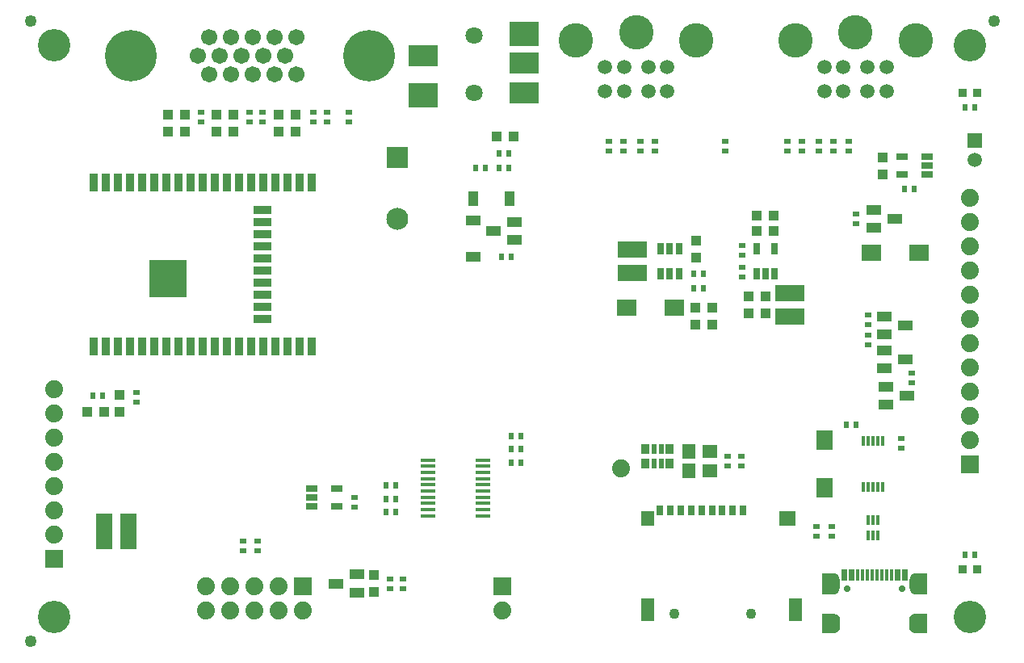
<source format=gbr>
G04 #@! TF.GenerationSoftware,KiCad,Pcbnew,5.1.0-rc2-unknown-036be7d~80~ubuntu16.04.1*
G04 #@! TF.CreationDate,2023-05-05T15:17:37+03:00*
G04 #@! TF.ProjectId,ESP32-SBC-FabGL_Rev_A,45535033-322d-4534-9243-2d466162474c,A*
G04 #@! TF.SameCoordinates,Original*
G04 #@! TF.FileFunction,Soldermask,Top*
G04 #@! TF.FilePolarity,Negative*
%FSLAX46Y46*%
G04 Gerber Fmt 4.6, Leading zero omitted, Abs format (unit mm)*
G04 Created by KiCad (PCBNEW 5.1.0-rc2-unknown-036be7d~80~ubuntu16.04.1) date 2023-05-05 15:17:37*
%MOMM*%
%LPD*%
G04 APERTURE LIST*
%ADD10C,1.801600*%
%ADD11R,3.101599X2.201600*%
%ADD12R,3.101599X2.601600*%
%ADD13C,1.501600*%
%ADD14R,1.501600X1.501600*%
%ADD15R,2.301600X2.301600*%
%ADD16C,2.301600*%
%ADD17R,1.117600X1.117600*%
%ADD18R,0.601600X0.651600*%
%ADD19C,1.879600*%
%ADD20R,0.901600X0.901600*%
%ADD21R,1.801600X2.101600*%
%ADD22R,2.101600X1.801600*%
%ADD23R,1.501600X1.101600*%
%ADD24C,1.254000*%
%ADD25R,3.101600X1.701600*%
%ADD26R,1.371600X1.625600*%
%ADD27C,3.401601*%
%ADD28R,0.700000X1.100000*%
%ADD29R,1.400000X1.600000*%
%ADD30R,1.800000X1.600000*%
%ADD31R,1.400000X2.400000*%
%ADD32C,1.101600*%
%ADD33C,3.601600*%
%ADD34C,1.511600*%
%ADD35R,0.651600X0.601600*%
%ADD36R,0.609600X1.117600*%
%ADD37R,0.863600X1.117600*%
%ADD38R,1.201600X2.101600*%
%ADD39R,1.201600X2.301600*%
%ADD40C,0.701600*%
%ADD41R,0.351600X1.251600*%
%ADD42O,1.301600X2.301600*%
%ADD43O,1.401600X2.101600*%
%ADD44R,0.401600X1.251600*%
%ADD45R,1.625600X1.371600*%
%ADD46R,1.101600X1.501600*%
%ADD47R,1.501600X0.451600*%
%ADD48R,1.301600X0.651600*%
%ADD49R,0.351600X1.101600*%
%ADD50R,0.651600X1.301600*%
%ADD51C,1.601600*%
%ADD52R,4.001600X4.001600*%
%ADD53R,0.901600X1.901600*%
%ADD54R,1.901600X0.901600*%
%ADD55R,1.879600X1.879600*%
%ADD56C,1.701600*%
%ADD57C,5.401600*%
%ADD58R,1.752600X3.784600*%
G04 APERTURE END LIST*
D10*
X148000000Y-57000000D03*
X148000000Y-51000000D03*
D11*
X153300000Y-53900000D03*
X142700000Y-53100000D03*
X153300000Y-57000000D03*
D12*
X142700000Y-57300000D03*
X153300000Y-50800000D03*
D13*
X200538220Y-64000760D03*
D14*
X200535680Y-61971300D03*
D15*
X140000000Y-63750000D03*
D16*
X140000000Y-70250000D03*
D17*
X177673000Y-71501000D03*
X179451000Y-71501000D03*
X171323000Y-74295000D03*
X171323000Y-72517000D03*
X178562000Y-78359000D03*
X178562000Y-80137000D03*
X176784000Y-78359000D03*
X176784000Y-80137000D03*
D18*
X109093000Y-88773000D03*
X108077000Y-88773000D03*
D17*
X110871000Y-90424000D03*
X110871000Y-88646000D03*
D19*
X163449000Y-96393000D03*
D20*
X200762000Y-57000000D03*
X199238000Y-57000000D03*
D21*
X184785000Y-93385000D03*
X184785000Y-98385000D03*
D22*
X189651000Y-73787000D03*
X194651000Y-73787000D03*
D23*
X189900560Y-69281040D03*
X189900560Y-71183500D03*
X192110360Y-70228460D03*
X135727441Y-109407960D03*
X135727441Y-107505500D03*
X133517641Y-108460540D03*
D24*
X101500000Y-114500000D03*
X101500000Y-49500000D03*
X202500000Y-49500000D03*
D25*
X164592000Y-73476000D03*
X164592000Y-75876000D03*
X181102000Y-80448000D03*
X181102000Y-78048000D03*
D26*
X170561000Y-94615000D03*
X170561000Y-96647000D03*
D27*
X104000000Y-112000000D03*
X200000000Y-112000000D03*
X200000000Y-52000000D03*
X104000000Y-52000000D03*
D28*
X167450000Y-100750000D03*
X168550000Y-100750000D03*
X169650000Y-100750000D03*
X170750000Y-100750000D03*
X171850000Y-100750000D03*
X172950000Y-100750000D03*
X174050000Y-100750000D03*
X175150000Y-100750000D03*
X176250000Y-100750000D03*
D29*
X166250000Y-101630000D03*
D30*
X180850000Y-101630000D03*
D31*
X166250000Y-111230000D03*
X181750000Y-111230000D03*
D32*
X177048000Y-111632200D03*
X169047000Y-111632200D03*
D33*
X158700000Y-51500000D03*
X165000000Y-50700000D03*
X171300000Y-51500000D03*
D34*
X163730000Y-56810000D03*
X166270000Y-56810000D03*
X168260000Y-56810000D03*
X161740000Y-56810000D03*
X168260000Y-54270000D03*
X161740000Y-54270000D03*
X166270000Y-54270000D03*
X163730000Y-54270000D03*
D33*
X181700000Y-51500000D03*
X188000000Y-50700000D03*
X194300000Y-51500000D03*
D34*
X186730000Y-56810000D03*
X189270000Y-56810000D03*
X191260000Y-56810000D03*
X184740000Y-56810000D03*
X191260000Y-54270000D03*
X184740000Y-54270000D03*
X189270000Y-54270000D03*
X186730000Y-54270000D03*
D20*
X200762000Y-107000000D03*
X199238000Y-107000000D03*
D18*
X199517000Y-105410000D03*
X200533000Y-105410000D03*
D35*
X188087000Y-70739000D03*
X188087000Y-69723000D03*
D18*
X199517000Y-58547000D03*
X200533000Y-58547000D03*
X194183000Y-67056000D03*
X193167000Y-67056000D03*
D35*
X192786000Y-93218000D03*
X192786000Y-94234000D03*
X176149000Y-76327000D03*
X176149000Y-75311000D03*
X176149000Y-73025000D03*
X176149000Y-74041000D03*
D18*
X139827000Y-98171000D03*
X138811000Y-98171000D03*
X138811000Y-99568000D03*
X139827000Y-99568000D03*
X151892000Y-92964000D03*
X152908000Y-92964000D03*
X152908000Y-94361000D03*
X151892000Y-94361000D03*
D35*
X165481000Y-62103000D03*
X165481000Y-63119000D03*
X163703000Y-62103000D03*
X163703000Y-63119000D03*
X167005000Y-63119000D03*
X167005000Y-62103000D03*
X162179000Y-63119000D03*
X162179000Y-62103000D03*
D17*
X115951000Y-61087000D03*
X115951000Y-59309000D03*
X117729000Y-61087000D03*
X117729000Y-59309000D03*
X121031000Y-61087000D03*
X121031000Y-59309000D03*
X122809000Y-61087000D03*
X122809000Y-59309000D03*
D35*
X140589000Y-107950000D03*
X140589000Y-108966000D03*
X139192000Y-108966000D03*
X139192000Y-107950000D03*
X123825000Y-105029000D03*
X123825000Y-104013000D03*
X184150000Y-62103000D03*
X184150000Y-63119000D03*
X182372000Y-62103000D03*
X182372000Y-63119000D03*
X185674000Y-63119000D03*
X185674000Y-62103000D03*
X180848000Y-63119000D03*
X180848000Y-62103000D03*
X125349000Y-105029000D03*
X125349000Y-104013000D03*
D18*
X150876000Y-74167999D03*
X151892000Y-74167999D03*
X151638000Y-63373000D03*
X150622000Y-63373000D03*
D35*
X132588000Y-60071000D03*
X132588000Y-59055000D03*
D18*
X148209000Y-64897000D03*
X149225000Y-64897000D03*
D36*
X166878000Y-94361000D03*
X167640000Y-94361000D03*
X166878000Y-95885000D03*
X167640000Y-95885000D03*
D37*
X165989000Y-94361000D03*
X165989000Y-95885000D03*
X168529000Y-94361000D03*
X168529000Y-95885000D03*
D35*
X124460000Y-59055000D03*
X124460000Y-60071000D03*
X134874000Y-59055000D03*
X134874000Y-60071000D03*
D38*
X194927600Y-112650000D03*
D39*
X194927600Y-108470000D03*
D38*
X185072400Y-112650000D03*
D39*
X185072400Y-108470000D03*
D40*
X192890000Y-108970000D03*
D41*
X188250000Y-107568000D03*
X188750000Y-107568000D03*
X189250000Y-107568000D03*
X191750000Y-107568000D03*
X190250000Y-107568000D03*
X191250000Y-107568000D03*
X190750000Y-107568000D03*
X189750000Y-107568000D03*
D42*
X194320000Y-108470000D03*
D43*
X194320000Y-112650000D03*
X185680000Y-112650000D03*
D40*
X187110000Y-108970000D03*
D42*
X185680000Y-108470000D03*
D44*
X187725000Y-107568000D03*
X192275000Y-107568000D03*
X187475000Y-107568000D03*
X192525000Y-107568000D03*
X186925000Y-107568000D03*
X193075000Y-107568000D03*
X186675000Y-107568000D03*
X193325000Y-107568000D03*
D18*
X139827000Y-100965000D03*
X138811000Y-100965000D03*
D17*
X190881000Y-65532000D03*
X190881000Y-63754000D03*
D18*
X187071000Y-91821000D03*
X188087000Y-91821000D03*
D17*
X177673000Y-69850000D03*
X179451000Y-69850000D03*
X172974000Y-81280000D03*
X172974000Y-79502000D03*
X171196000Y-81280000D03*
X171196000Y-79502000D03*
D18*
X151892000Y-95758000D03*
X152908000Y-95758000D03*
D35*
X174371000Y-62103000D03*
X174371000Y-63119000D03*
D17*
X107442000Y-90424000D03*
X109220000Y-90424000D03*
X137541000Y-109346999D03*
X137541000Y-107568999D03*
D35*
X187325000Y-63119000D03*
X187325000Y-62103000D03*
D17*
X152146000Y-61595000D03*
X150368000Y-61595000D03*
D18*
X151638000Y-64897000D03*
X150622000Y-64897000D03*
D45*
X172720000Y-94615000D03*
X172720000Y-96647000D03*
D22*
X168997000Y-79502000D03*
X163997000Y-79502000D03*
D23*
X193378000Y-88773000D03*
X191178000Y-89723000D03*
X191178000Y-87823000D03*
X147955000Y-74168000D03*
X147955000Y-70368000D03*
D46*
X151755000Y-68072000D03*
X147955000Y-68072000D03*
D23*
X152237440Y-72450960D03*
X152237440Y-70548500D03*
X150027640Y-71503540D03*
D18*
X171069000Y-77470000D03*
X172085000Y-77470000D03*
D35*
X189357000Y-80264000D03*
X189357000Y-81280000D03*
D18*
X172085000Y-75946000D03*
X171069000Y-75946000D03*
D47*
X148950000Y-101350000D03*
X148950000Y-100700000D03*
X148950000Y-100050000D03*
X148950000Y-99400000D03*
X148950000Y-98750000D03*
X148950000Y-98100000D03*
X148950000Y-97450000D03*
X148950000Y-96800000D03*
X148950000Y-96150000D03*
X148950000Y-95500000D03*
X143150000Y-95500000D03*
X143150000Y-96150000D03*
X143150000Y-96800000D03*
X143150000Y-97450000D03*
X143150000Y-98100000D03*
X143150000Y-98750000D03*
X143150000Y-99400000D03*
X143150000Y-100050000D03*
X143150000Y-100700000D03*
X143150000Y-101350000D03*
D48*
X195483000Y-65593000D03*
X195483000Y-64643000D03*
X195483000Y-63693000D03*
X192883000Y-65593000D03*
X192883000Y-63693000D03*
D49*
X189865000Y-101806000D03*
X189365000Y-101806000D03*
X190365000Y-101806000D03*
X189365000Y-103426000D03*
X189865000Y-103426000D03*
X190365000Y-103426000D03*
X188865000Y-93485000D03*
X189365000Y-93485000D03*
X189865000Y-93485000D03*
X190365000Y-93485000D03*
X190865000Y-93485000D03*
X190865000Y-98285000D03*
X190365000Y-98285000D03*
X189865000Y-98285000D03*
X189365000Y-98285000D03*
X188865000Y-98285000D03*
D50*
X177612001Y-75976000D03*
X178562001Y-75976000D03*
X179512001Y-75976000D03*
X177612001Y-73376000D03*
X179512001Y-73376000D03*
X167579000Y-75976100D03*
X168529000Y-75976100D03*
X169479000Y-75976100D03*
X169479000Y-73375900D03*
X168529000Y-73375900D03*
X167579000Y-73375900D03*
D51*
X115940000Y-76500000D03*
D52*
X115940000Y-76500000D03*
D53*
X108140000Y-66400000D03*
X109410000Y-66400000D03*
X110680000Y-66400000D03*
X111950000Y-66400000D03*
X113220000Y-66400000D03*
X114490000Y-66400000D03*
X115760000Y-66400000D03*
X117030000Y-66400000D03*
X118300000Y-66400000D03*
X119570000Y-66400000D03*
X120840000Y-66400000D03*
X122110000Y-66400000D03*
X123380000Y-66400000D03*
X124650000Y-66400000D03*
D54*
X125800000Y-69285000D03*
X125800000Y-70555000D03*
X125800000Y-71825000D03*
X125800000Y-73095000D03*
X125800000Y-74365000D03*
X125800000Y-75635000D03*
X125800000Y-76905000D03*
X125800000Y-78175000D03*
X125800000Y-79445000D03*
X125800000Y-80715000D03*
D53*
X124650000Y-83600000D03*
X123380000Y-83600000D03*
X122110000Y-83600000D03*
X120840000Y-83600000D03*
X119570000Y-83600000D03*
X118300000Y-83600000D03*
X117030000Y-83600000D03*
X115760000Y-83600000D03*
X114490000Y-83600000D03*
X113220000Y-83600000D03*
X111950000Y-83600000D03*
X110680000Y-83600000D03*
X109410000Y-83600000D03*
X108140000Y-83600000D03*
X129730000Y-83600000D03*
X128460000Y-83600000D03*
X127190000Y-83600000D03*
X125920000Y-83600000D03*
X131000000Y-83600000D03*
X131000000Y-66400000D03*
X125920000Y-66400000D03*
X127190000Y-66400000D03*
X128460000Y-66400000D03*
X129730000Y-66400000D03*
D55*
X130080000Y-108730000D03*
D19*
X130080000Y-111270000D03*
X127540000Y-108730000D03*
X127540000Y-111270000D03*
X125000000Y-108730000D03*
X125000000Y-111270000D03*
X122460000Y-108730000D03*
X122460000Y-111270000D03*
X119920000Y-108730000D03*
X119920000Y-111270000D03*
D35*
X112649000Y-88392000D03*
X112649000Y-89408000D03*
D17*
X127508000Y-61087000D03*
X127508000Y-59309000D03*
X129286000Y-61087000D03*
X129286000Y-59309000D03*
D35*
X176022000Y-96139000D03*
X176022000Y-95123000D03*
X174625000Y-96139000D03*
X174625000Y-95123000D03*
X125857000Y-59055000D03*
X125857000Y-60071000D03*
X131191000Y-59055000D03*
X131191000Y-60071000D03*
X119380000Y-59055000D03*
X119380000Y-60071000D03*
D56*
X120220000Y-55090000D03*
X122510000Y-55090000D03*
X124800000Y-55090000D03*
X127090000Y-55090000D03*
X129380000Y-55090000D03*
X119075000Y-53110000D03*
X121365000Y-53110000D03*
X123655000Y-53110000D03*
X125945000Y-53110000D03*
X128235000Y-53110000D03*
X120220000Y-51130000D03*
X122510000Y-51130000D03*
X124800000Y-51130000D03*
X127090000Y-51130000D03*
X129380000Y-51130000D03*
D57*
X136995000Y-53110000D03*
X112005000Y-53110000D03*
D35*
X135509000Y-99441000D03*
X135509000Y-100457000D03*
D55*
X151000000Y-108730000D03*
D19*
X151000000Y-111270000D03*
D48*
X133634000Y-100391000D03*
X133634000Y-98491000D03*
X131034000Y-100391000D03*
X131034000Y-99441000D03*
X131034000Y-98491000D03*
D23*
X191043560Y-80457040D03*
X191043560Y-82359500D03*
X193253360Y-81404460D03*
X193253360Y-84960460D03*
X191043560Y-85915500D03*
X191043560Y-84013040D03*
D35*
X193929000Y-86360000D03*
X193929000Y-87376000D03*
X189357000Y-82423000D03*
X189357000Y-83439000D03*
D19*
X104000000Y-90650000D03*
X104000000Y-88110000D03*
X104000000Y-93190000D03*
X104000000Y-95730000D03*
D55*
X104000000Y-105890000D03*
D19*
X104000000Y-103350000D03*
X104000000Y-100810000D03*
X104000000Y-98270000D03*
X200000000Y-70570000D03*
X200000000Y-68030000D03*
X200000000Y-73110000D03*
X200000000Y-75650000D03*
X200000000Y-80730000D03*
X200000000Y-78190000D03*
X200000000Y-83270000D03*
X200000000Y-85810000D03*
D55*
X200000000Y-95970000D03*
D19*
X200000000Y-93430000D03*
X200000000Y-90890000D03*
X200000000Y-88350000D03*
D58*
X109230000Y-103000000D03*
X111770000Y-103000000D03*
D35*
X183896000Y-102489000D03*
X183896000Y-103505000D03*
X185547000Y-103505000D03*
X185547000Y-102489000D03*
M02*

</source>
